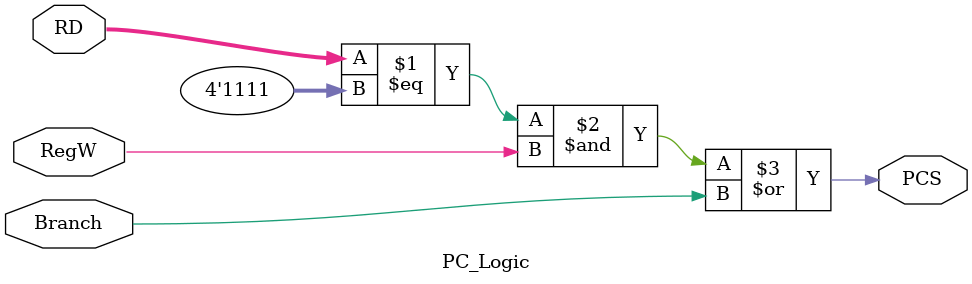
<source format=v>
`timescale 1ns / 1ps


module PC_Logic(
  input [3:0]RD,
  input  Branch,
  input RegW,
  output PCS
    );
    //PC update khi Branch = 1 hoặc RegW = 1
    assign PCS = ((RD==15) & RegW) | Branch;
endmodule

</source>
